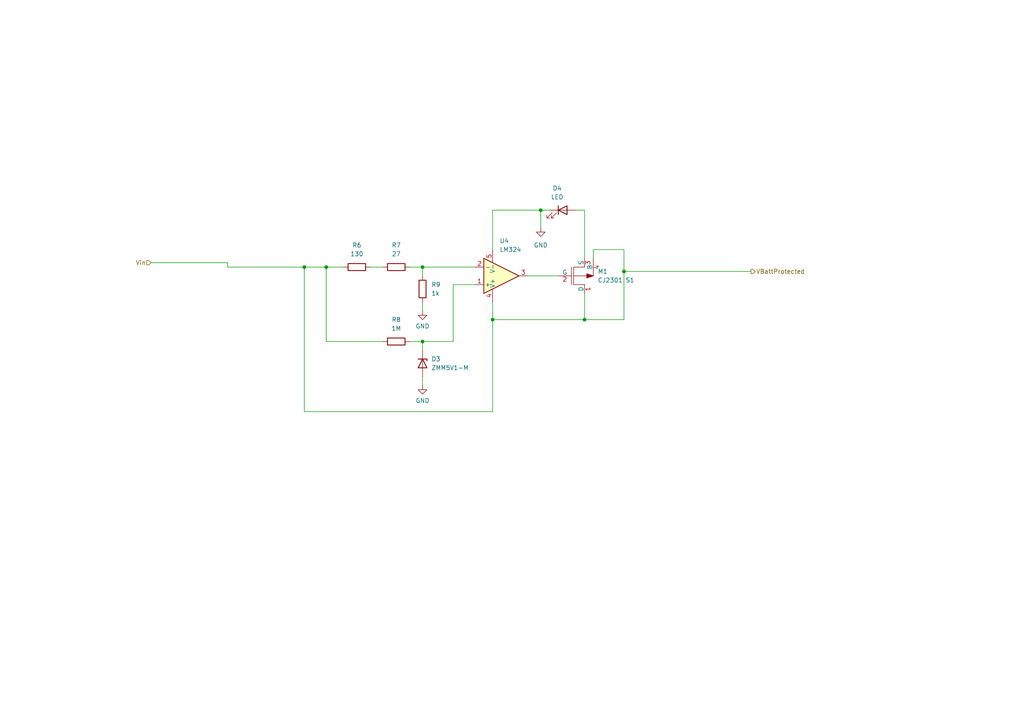
<source format=kicad_sch>
(kicad_sch (version 20211123) (generator eeschema)
  (paper "A4")
  (lib_symbols
    (symbol "Device:D_Zener" (pin_numbers hide) (pin_names (offset 1.016) hide)
      (property "Reference" "D" (at 0 2.54 0))
      (property "Value" "D_Zener" (at 0 -2.54 0))
      (symbol "D_Zener_0_1"
        (polyline (pts (xy 1.27 0) (xy -1.27 0)))
        (polyline (pts (xy -1.27 -1.27) (xy -1.27 1.27) (xy -0.762 1.27)) (stroke (width 0.254)))
        (polyline (pts (xy 1.27 -1.27) (xy 1.27 1.27) (xy -1.27 0) (xy 1.27 -1.27)) (stroke (width 0.254)))
      )
      (symbol "D_Zener_1_1"
        (pin passive line (at -3.81 0 0) (length 2.54) (name "K") (number "1"))
        (pin passive line (at 3.81 0 180) (length 2.54) (name "A") (number "2"))
      )
    )
    (symbol "Device:LED" (pin_numbers hide) (pin_names (offset 1.016) hide)
      (property "Reference" "D" (at 0 2.54 0))
      (property "Value" "LED" (at 0 -2.54 0))
      (symbol "LED_0_1"
        (polyline (pts (xy -1.27 -1.27) (xy -1.27 1.27)) (stroke (width 0.254)))
        (polyline (pts (xy -1.27 0) (xy 1.27 0)))
        (polyline (pts (xy 1.27 -1.27) (xy 1.27 1.27) (xy -1.27 0) (xy 1.27 -1.27)) (stroke (width 0.254)))
        (polyline (pts (xy -3.048 -0.762) (xy -4.572 -2.286) (xy -3.81 -2.286) (xy -4.572 -2.286) (xy -4.572 -1.524)))
        (polyline (pts (xy -1.778 -0.762) (xy -3.302 -2.286) (xy -2.54 -2.286) (xy -3.302 -2.286) (xy -3.302 -1.524)))
      )
      (symbol "LED_1_1"
        (pin passive line (at -3.81 0 0) (length 2.54) (name "K") (number "1"))
        (pin passive line (at 3.81 0 180) (length 2.54) (name "A") (number "2"))
      )
    )
    (symbol "Device:R" (pin_numbers hide) (pin_names (offset 0))
      (property "Reference" "R" (at 2.032 0 90))
      (property "Value" "R" (at 0 0 90))
      (symbol "R_0_1"
        (rectangle (start -1.016 -2.54) (end 1.016 2.54) (stroke (width 0.254)))
      )
      (symbol "R_1_1"
        (pin passive line (at 0 3.81 270) (length 1.27) (name "~") (number "1"))
        (pin passive line (at 0 -3.81 90) (length 1.27) (name "~") (number "2"))
      )
    )
    (symbol "power:GND" (power) (pin_names (offset 0))
      (property "Value" "GND" (at 0 -3.81 0))
      (symbol "GND_0_1"
        (polyline (pts (xy 0 0) (xy 0 -1.27) (xy 1.27 -1.27) (xy 0 -2.54) (xy -1.27 -1.27) (xy 0 -1.27)))
      )
      (symbol "GND_1_1"
        (pin power_in line (at 0 0 270) (length 0) hide (name "GND") (number "1"))
      )
    )
    (symbol "pspice:MPMOS" (pin_names (offset 0))
      (property "Reference" "M" (at 7.62 1.27 0))
      (property "Value" "MPMOS" (at 7.62 -1.27 0))
      (symbol "MPMOS_0_1"
        (polyline (pts (xy -1.27 2.54) (xy -1.27 -2.54)))
        (polyline (pts (xy -0.635 -2.54) (xy 2.54 -2.54)))
        (polyline (pts (xy 2.54 2.54) (xy -0.635 2.54)))
        (polyline (pts (xy 5.08 0) (xy -0.635 0)))
        (polyline (pts (xy 5.08 0) (xy 3.175 0.635) (xy 3.175 -0.635) (xy 5.08 0)) (fill (type outline)))
      )
      (symbol "MPMOS_1_1"
        (polyline (pts (xy -0.635 -2.54) (xy -0.635 2.54)))
        (pin passive line (at 2.54 -5.08 90) (length 2.54) (name "D") (number "1"))
        (pin input line (at -5.08 0 0) (length 3.81) (name "G") (number "2"))
        (pin passive line (at 2.54 5.08 270) (length 2.54) (name "S") (number "3"))
        (pin input line (at 5.08 5.08 270) (length 5.08) (name "B") (number "4"))
      )
    )
    (symbol "pspice:OPAMP" (pin_names (offset 0.254))
      (property "Reference" "U" (at 3.81 3.175 0))
      (property "Value" "OPAMP" (at 3.81 -3.175 0))
      (symbol "OPAMP_0_1"
        (polyline (pts (xy 5.08 0) (xy -5.08 5.08) (xy -5.08 -5.08) (xy 5.08 0)) (stroke (width 0.254)) (fill (type background)))
      )
      (symbol "OPAMP_1_1"
        (pin input line (at -7.62 2.54 0) (length 2.54) (name "+") (number "1"))
        (pin input line (at -7.62 -2.54 0) (length 2.54) (name "-") (number "2"))
        (pin output line (at 7.62 0 180) (length 2.54) (name "~") (number "3"))
        (pin power_in line (at -2.54 7.62 270) (length 3.81) (name "V+") (number "4"))
        (pin power_in line (at -2.54 -7.62 90) (length 3.81) (name "V-") (number "5"))
      )
    )
  )
  (junction (at 142.875 92.71))
  (junction (at 180.975 78.74))
  (junction (at 88.265 77.47))
  (junction (at 156.845 60.96))
  (junction (at 122.555 99.06))
  (junction (at 94.615 77.47))
  (junction (at 169.545 92.71))
  (junction (at 122.555 77.47))
  (wire (pts (xy 118.745 77.47) (xy 122.555 77.47)))
  (wire (pts (xy 122.555 99.06) (xy 118.745 99.06)))
  (wire (pts (xy 142.875 87.63) (xy 142.875 92.71)))
  (wire (pts (xy 169.545 60.96) (xy 169.545 74.93)))
  (wire (pts (xy 180.975 72.39) (xy 180.975 78.74)))
  (wire (pts (xy 180.975 78.74) (xy 180.975 92.71)))
  (wire (pts (xy 122.555 77.47) (xy 122.555 80.01)))
  (wire (pts (xy 169.545 85.09) (xy 169.545 92.71)))
  (wire (pts (xy 122.555 77.47) (xy 137.795 77.47)))
  (wire (pts (xy 172.085 72.39) (xy 180.975 72.39)))
  (wire (pts (xy 107.315 77.47) (xy 111.125 77.47)))
  (wire (pts (xy 66.04 76.2) (xy 66.04 77.47)))
  (wire (pts (xy 94.615 99.06) (xy 94.615 77.47)))
  (wire (pts (xy 142.875 119.38) (xy 142.875 92.71)))
  (wire (pts (xy 43.815 76.2) (xy 66.04 76.2)))
  (wire (pts (xy 156.845 60.96) (xy 156.845 66.04)))
  (wire (pts (xy 88.265 77.47) (xy 88.265 119.38)))
  (wire (pts (xy 66.04 77.47) (xy 88.265 77.47)))
  (wire (pts (xy 142.875 92.71) (xy 169.545 92.71)))
  (wire (pts (xy 131.445 99.06) (xy 122.555 99.06)))
  (wire (pts (xy 88.265 77.47) (xy 94.615 77.47)))
  (wire (pts (xy 94.615 77.47) (xy 99.695 77.47)))
  (wire (pts (xy 142.875 60.96) (xy 156.845 60.96)))
  (wire (pts (xy 142.875 72.39) (xy 142.875 60.96)))
  (wire (pts (xy 88.265 119.38) (xy 142.875 119.38)))
  (wire (pts (xy 180.975 78.74) (xy 217.805 78.74)))
  (wire (pts (xy 153.035 80.01) (xy 161.925 80.01)))
  (wire (pts (xy 169.545 92.71) (xy 180.975 92.71)))
  (wire (pts (xy 156.845 60.96) (xy 159.385 60.96)))
  (wire (pts (xy 122.555 109.22) (xy 122.555 111.76)))
  (wire (pts (xy 122.555 87.63) (xy 122.555 90.17)))
  (wire (pts (xy 172.085 74.93) (xy 172.085 72.39)))
  (wire (pts (xy 167.005 60.96) (xy 169.545 60.96)))
  (wire (pts (xy 111.125 99.06) (xy 94.615 99.06)))
  (wire (pts (xy 122.555 99.06) (xy 122.555 101.6)))
  (wire (pts (xy 131.445 82.55) (xy 131.445 99.06)))
  (wire (pts (xy 137.795 82.55) (xy 131.445 82.55)))
  (hierarchical_label "Vin" (shape input) (at 43.815 76.2 180))
  (hierarchical_label "VBattProtected" (shape output) (at 217.805 78.74 0))
  (symbol (lib_id "power:GND") (at 156.845 66.04 0) (unit 1)
    (property "Reference" "#PWR031" (effects hide))
    (property "Value" "GND" (at 156.845 71.12 0))
  )
  (symbol (lib_id "power:GND") (at 122.555 90.17 0) (unit 1)
    (property "Reference" "#PWR029" (effects hide))
    (property "Value" "GND" (at 122.555 94.6134 0))
  )
  (symbol (lib_id "pspice:MPMOS") (at 167.005 80.01 0) (unit 1)
    (property "Reference" "M1" (at 173.355 78.7399 0) (effects (justify left)))
    (property "Value" "CJ2301 S1" (at 173.355 81.2799 0) (effects (justify left)))
  )
  (symbol (lib_id "Device:R") (at 103.505 77.47 90) (unit 1)
    (property "Reference" "R6" (at 103.505 71.12 90))
    (property "Value" "130" (at 103.505 73.66 90))
    (property "Footprint" "Resistor_SMD:R_0402_1005Metric" (effects hide))
  )
  (symbol (lib_id "power:GND") (at 122.555 111.76 0) (unit 1)
    (property "Reference" "#PWR030" (effects hide))
    (property "Value" "GND" (at 122.555 116.2034 0))
  )
  (symbol (lib_id "pspice:OPAMP") (at 145.415 80.01 0) (mirror x) (unit 1)
    (property "Reference" "U4" (at 144.8944 69.85 0) (effects (justify left)))
    (property "Value" "LM324" (at 144.8944 72.39 0) (effects (justify left)))
  )
  (symbol (lib_id "Device:R") (at 122.555 83.82 0) (unit 1)
    (property "Reference" "R9" (at 125.095 82.5499 0) (effects (justify left)))
    (property "Value" "1k" (at 125.095 85.0899 0) (effects (justify left)))
    (property "Footprint" "Resistor_SMD:R_0402_1005Metric" (effects hide))
  )
  (symbol (lib_id "Device:R") (at 114.935 99.06 90) (unit 1)
    (property "Reference" "R8" (at 114.935 92.71 90))
    (property "Value" "1M" (at 114.935 95.25 90))
    (property "Footprint" "Resistor_SMD:R_0402_1005Metric" (effects hide))
  )
  (symbol (lib_id "Device:D_Zener") (at 122.555 105.41 270) (unit 1)
    (property "Reference" "D3" (at 125.095 104.1399 90) (effects (justify left)))
    (property "Value" "ZMM5V1-M" (at 125.095 106.6799 90) (effects (justify left)))
  )
  (symbol (lib_id "Device:LED") (at 163.195 60.96 0) (unit 1)
    (property "Reference" "D4" (at 161.6075 54.61 0))
    (property "Value" "LED" (at 161.6075 57.15 0))
    (property "Footprint" "LED_SMD:LED_0603_1608Metric" (effects hide))
  )
  (symbol (lib_id "Device:R") (at 114.935 77.47 90) (unit 1)
    (property "Reference" "R7" (at 114.935 71.12 90))
    (property "Value" "27" (at 114.935 73.66 90))
    (property "Footprint" "Resistor_SMD:R_0603_1608Metric" (effects hide))
  )
)
</source>
